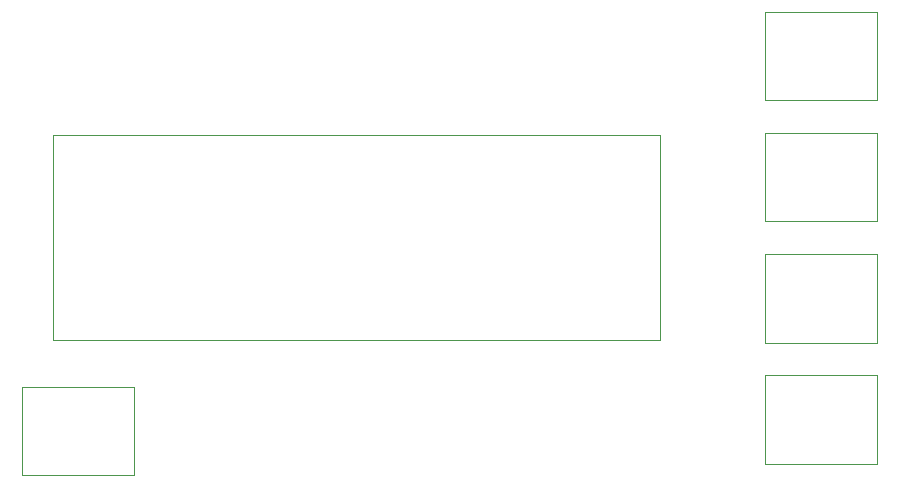
<source format=gbr>
G04 #@! TF.GenerationSoftware,KiCad,Pcbnew,(5.1.5)-2*
G04 #@! TF.CreationDate,2020-01-02T03:10:16+01:00*
G04 #@! TF.ProjectId,CDP1802_Tester,43445031-3830-4325-9f54-65737465722e,rev?*
G04 #@! TF.SameCoordinates,Original*
G04 #@! TF.FileFunction,Other,User*
%FSLAX46Y46*%
G04 Gerber Fmt 4.6, Leading zero omitted, Abs format (unit mm)*
G04 Created by KiCad (PCBNEW (5.1.5)-2) date 2020-01-02 03:10:16*
%MOMM*%
%LPD*%
G04 APERTURE LIST*
%ADD10C,0.050000*%
G04 APERTURE END LIST*
D10*
X182210000Y-62724998D02*
X182210000Y-55724998D01*
X181960000Y-55474998D02*
X172960000Y-55474998D01*
X172710000Y-55724998D02*
X172710000Y-62724998D01*
X172960000Y-62974998D02*
X181960000Y-62974998D01*
X172710000Y-55474998D02*
X172960000Y-55474998D01*
X172710000Y-55724998D02*
X172710000Y-55474998D01*
X172710000Y-62974998D02*
X172960000Y-62974998D01*
X172710000Y-62724998D02*
X172710000Y-62974998D01*
X182210000Y-62974998D02*
X182210000Y-62724998D01*
X181960000Y-62974998D02*
X182210000Y-62974998D01*
X182210000Y-55474998D02*
X182210000Y-55724998D01*
X181960000Y-55474998D02*
X182210000Y-55474998D01*
X181960000Y-45206665D02*
X182210000Y-45206665D01*
X182210000Y-45206665D02*
X182210000Y-45456665D01*
X181960000Y-52706665D02*
X182210000Y-52706665D01*
X182210000Y-52706665D02*
X182210000Y-52456665D01*
X172710000Y-52456665D02*
X172710000Y-52706665D01*
X172710000Y-52706665D02*
X172960000Y-52706665D01*
X172710000Y-45456665D02*
X172710000Y-45206665D01*
X172710000Y-45206665D02*
X172960000Y-45206665D01*
X172960000Y-52706665D02*
X181960000Y-52706665D01*
X172710000Y-45456665D02*
X172710000Y-52456665D01*
X181960000Y-45206665D02*
X172960000Y-45206665D01*
X182210000Y-52456665D02*
X182210000Y-45456665D01*
X182210000Y-42188333D02*
X182210000Y-35188333D01*
X181960000Y-34938333D02*
X172960000Y-34938333D01*
X172710000Y-35188333D02*
X172710000Y-42188333D01*
X172960000Y-42438333D02*
X181960000Y-42438333D01*
X172710000Y-34938333D02*
X172960000Y-34938333D01*
X172710000Y-35188333D02*
X172710000Y-34938333D01*
X172710000Y-42438333D02*
X172960000Y-42438333D01*
X172710000Y-42188333D02*
X172710000Y-42438333D01*
X182210000Y-42438333D02*
X182210000Y-42188333D01*
X181960000Y-42438333D02*
X182210000Y-42438333D01*
X182210000Y-34938333D02*
X182210000Y-35188333D01*
X181960000Y-34938333D02*
X182210000Y-34938333D01*
X181960000Y-24670000D02*
X182210000Y-24670000D01*
X182210000Y-24670000D02*
X182210000Y-24920000D01*
X181960000Y-32170000D02*
X182210000Y-32170000D01*
X182210000Y-32170000D02*
X182210000Y-31920000D01*
X172710000Y-31920000D02*
X172710000Y-32170000D01*
X172710000Y-32170000D02*
X172960000Y-32170000D01*
X172710000Y-24920000D02*
X172710000Y-24670000D01*
X172710000Y-24670000D02*
X172960000Y-24670000D01*
X172960000Y-32170000D02*
X181960000Y-32170000D01*
X172710000Y-24920000D02*
X172710000Y-31920000D01*
X181960000Y-24670000D02*
X172960000Y-24670000D01*
X182210000Y-31920000D02*
X182210000Y-24920000D01*
X112480000Y-52500000D02*
X112480000Y-35150000D01*
X163830000Y-52500000D02*
X112480000Y-52500000D01*
X163830000Y-35150000D02*
X163830000Y-52500000D01*
X112480000Y-35150000D02*
X163830000Y-35150000D01*
X109790000Y-56670000D02*
X109790000Y-63670000D01*
X110040000Y-63920000D02*
X119040000Y-63920000D01*
X119290000Y-63670000D02*
X119290000Y-56670000D01*
X119040000Y-56420000D02*
X110040000Y-56420000D01*
X119290000Y-63920000D02*
X119040000Y-63920000D01*
X119290000Y-63670000D02*
X119290000Y-63920000D01*
X119290000Y-56420000D02*
X119040000Y-56420000D01*
X119290000Y-56670000D02*
X119290000Y-56420000D01*
X109790000Y-56420000D02*
X109790000Y-56670000D01*
X110040000Y-56420000D02*
X109790000Y-56420000D01*
X109790000Y-63920000D02*
X109790000Y-63670000D01*
X110040000Y-63920000D02*
X109790000Y-63920000D01*
M02*

</source>
